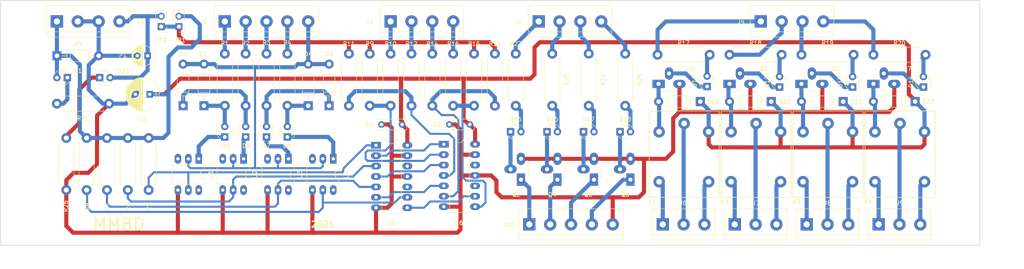
<source format=kicad_pcb>
(kicad_pcb (version 20211014) (generator pcbnew)
  (title_block (title "PIOI I/O interface module") (date "2025-05-16") (rev "20250516") (company "Pozsár Zsolt") (comment 1 "Zacchaeus Microcomputer"))
  (layers (0 "F.Cu" signal) (31 "B.Cu" signal) (35 "F.Paste" user) (37 "F.SilkS" user "F.Silkscreen") (38 "B.Mask" user) (39 "F.Mask" user) (44 "Edge.Cuts" user))
  (net 0 "")
  (net 1 "VCC")
  (net 2 "GND")
  (net 3 "Net-(C4-Pad1)")
  (net 4 "Net-(D1-Pad1)")
  (net 5 "Net-(D1-Pad2)")
  (net 6 "Net-(D2-Pad1)")
  (net 7 "Net-(D3-Pad1)")
  (net 8 "Net-(D4-Pad1)")
  (net 9 "Net-(D5-Pad1)")
  (net 10 "Net-(D6-Pad1)")
  (net 11 "Net-(D7-Pad1)")
  (net 12 "Net-(D8-Pad1)")
  (net 13 "Net-(D10-Pad1)")
  (net 14 "Net-(D11-Pad1)")
  (net 15 "Net-(D11-Pad2)")
  (net 16 "Net-(D12-Pad1)")
  (net 17 "Net-(D12-Pad2)")
  (net 18 "Net-(D13-Pad1)")
  (net 19 "Net-(D13-Pad2)")
  (net 20 "Net-(D14-Pad1)")
  (net 21 "Net-(D14-Pad2)")
  (net 22 "Net-(D15-Pad1)")
  (net 23 "Net-(D15-Pad2)")
  (net 24 "Net-(D16-Pad1)")
  (net 25 "Net-(D16-Pad2)")
  (net 26 "Net-(D17-Pad1)")
  (net 27 "Net-(D17-Pad2)")
  (net 28 "Net-(D18-Pad1)")
  (net 29 "Net-(D18-Pad2)")
  (net 30 "Net-(D19-Pad2)")
  (net 31 "Net-(D20-Pad2)")
  (net 32 "Net-(D21-Pad2)")
  (net 33 "Net-(D22-Pad2)")
  (net 34 "Net-(J1-Pad2)")
  (net 35 "Net-(J1-Pad3)")
  (net 36 "Net-(J1-Pad1)")
  (net 37 "Net-(J1-Pad4)")
  (net 38 "Net-(J2-Pad2)")
  (net 39 "Net-(J2-Pad3)")
  (net 40 "Net-(J2-Pad1)")
  (net 41 "Net-(J2-Pad4)")
  (net 42 "Net-(J4-Pad2)")
  (net 43 "Net-(J4-Pad3)")
  (net 44 "Net-(J4-Pad1)")
  (net 45 "Net-(J4-Pad4)")
  (net 46 "Net-(J5-Pad2)")
  (net 47 "Net-(J5-Pad3)")
  (net 48 "Net-(J5-Pad1)")
  (net 49 "Net-(J5-Pad4)")
  (net 50 "Net-(J6-Pad1)")
  (net 51 "Net-(J6-Pad2)")
  (net 52 "Net-(J6-Pad3)")
  (net 53 "Net-(J7-Pad1)")
  (net 54 "Net-(J7-Pad2)")
  (net 55 "Net-(J7-Pad3)")
  (net 56 "Net-(J8-Pad1)")
  (net 57 "Net-(J8-Pad2)")
  (net 58 "Net-(J8-Pad3)")
  (net 59 "Net-(J9-Pad1)")
  (net 60 "Net-(J9-Pad2)")
  (net 61 "Net-(J9-Pad3)")
  (net 62 "Net-(J10-Pad2)")
  (net 63 "Net-(J10-Pad3)")
  (net 64 "Net-(J10-Pad1)")
  (net 65 "Net-(J10-Pad4)")
  (net 66 "Net-(JP1-Pad1)")
  (net 67 "Net-(R5-Pad2)")
  (net 68 "Net-(R6-Pad2)")
  (net 69 "Net-(R7-Pad2)")
  (net 70 "Net-(R8-Pad2)")
  (net 71 "Net-(R10-Pad2)")
  (net 72 "Net-(R11-Pad2)")
  (net 73 "Net-(R13-Pad2)")
  (net 74 "Net-(R15-Pad2)")
  (net 79 "Net-(U5-Pad8)")
  (net 80 "Net-(U5-Pad2)")
  (net 82 "Net-(U5-Pad4)")
  (net 84 "Net-(U5-Pad6)")
  (net 87 "Net-(D23-Pad1)")
  (footprint "Capacitors_THT:C_Rect_L7.0mm_W2.5mm_P5.00mm" (layer "F.Cu") (at 124.714 98.044 180)
    (fp_text reference "C1")
    (fp_text value "100n")
  )
  (footprint "Capacitors_THT:C_Rect_L7.0mm_W2.5mm_P5.00mm" (layer "F.Cu") (at 141.224 98.044 180)
    (fp_text reference "C2")
    (fp_text value "100n")
  )
  (footprint "LEDs:LED_D3.0mm" (layer "F.Cu") (at 43.18 86.614 180)
    (fp_text reference "D10")
    (fp_text value "LED")
  )
  (footprint "Resistors_THT:R_Axial_DIN0411_L9.9mm_D3.6mm_P12.70mm_Horizontal" (layer "F.Cu") (at 137.16 80.772 -90)
    (fp_text reference "R16")
    (fp_text value "750")
  )
  (footprint "Capacitors_THT:CP_Radial_D8.0mm_P3.50mm" (layer "F.Cu") (at 63.246 90.678 180)
    (fp_text reference "C3")
    (fp_text value "470u")
  )
  (footprint "Diodes_THT:D_DO-41_SOD81_P10.16mm_Horizontal" (layer "F.Cu") (at 76.454 93.472 90)
    (fp_text reference "D1")
    (fp_text value "1N4001")
  )
  (footprint "LEDs:LED_D3.0mm" (layer "F.Cu") (at 81.534 101.092 90)
    (fp_text reference "D5")
    (fp_text value "LED")
  )
  (footprint "LEDs:LED_D3.0mm" (layer "F.Cu") (at 86.614 101.092 90)
    (fp_text reference "D6")
    (fp_text value "LED")
  )
  (footprint "LEDs:LED_D3.0mm" (layer "F.Cu") (at 91.694 101.092 90)
    (fp_text reference "D7")
    (fp_text value "LED")
  )
  (footprint "LEDs:LED_D3.0mm" (layer "F.Cu") (at 96.774 101.092 90)
    (fp_text reference "D8")
    (fp_text value "LED")
  )
  (footprint "LEDs:LED_D3.0mm" (layer "F.Cu") (at 199.009 88.773 90)
    (fp_text reference "D11")
    (fp_text value "LED")
  )
  (footprint "LEDs:LED_D3.0mm" (layer "F.Cu") (at 216.662 88.9 90)
    (fp_text reference "D12")
    (fp_text value "LED")
  )
  (footprint "LEDs:LED_D3.0mm" (layer "F.Cu") (at 234.442 88.9 90)
    (fp_text reference "D13")
    (fp_text value "LED")
  )
  (footprint "LEDs:LED_D3.0mm" (layer "F.Cu") (at 251.714 88.9 90)
    (fp_text reference "D14")
    (fp_text value "LED")
  )
  (footprint "Diodes_THT:D_DO-41_SOD81_P10.16mm_Horizontal" (layer "F.Cu") (at 197.358 92.456 180)
    (fp_text reference "D19")
    (fp_text value "1N4001")
  )
  (footprint "Connectors:bornier5" (layer "F.Cu") (at 81.534 72.898)
    (fp_text reference "J1")
    (fp_text value "Screw_Terminal_1x05")
  )
  (footprint "Connectors:bornier4" (layer "F.Cu") (at 121.92 72.898)
    (fp_text reference "J2")
    (fp_text value "Screw_Terminal_1x04")
  )
  (footprint "Connectors:bornier4" (layer "F.Cu") (at 40.64 72.898)
    (fp_text reference "J3")
    (fp_text value "Screw_Terminal_1x04")
  )
  (footprint "Connectors:bornier4" (layer "F.Cu") (at 212.09 72.898)
    (fp_text reference "J4")
    (fp_text value "Screw_Terminal_1x04")
  )
  (footprint "Connectors:bornier4" (layer "F.Cu") (at 157.988 72.898)
    (fp_text reference "J5")
    (fp_text value "Screw_Terminal_1x04")
  )
  (footprint "Connectors:bornier3" (layer "F.Cu") (at 188.214 122.428)
    (fp_text reference "J6")
    (fp_text value "Screw_Terminal_1x03")
  )
  (footprint "Connectors:bornier3" (layer "F.Cu") (at 205.74 122.428)
    (fp_text reference "J7")
    (fp_text value "Screw_Terminal_1x03")
  )
  (footprint "Connectors:bornier3" (layer "F.Cu") (at 223.266 122.428)
    (fp_text reference "J8")
    (fp_text value "Screw_Terminal_1x03")
  )
  (footprint "Connectors:bornier3" (layer "F.Cu") (at 240.792 122.428)
    (fp_text reference "J9")
    (fp_text value "Screw_Terminal_1x03")
  )
  (footprint "Connectors:bornier5" (layer "F.Cu") (at 155.702 122.428)
    (fp_text reference "J10")
    (fp_text value "Screw_Terminal_1x05")
  )
  (footprint "Socket_Strips:Socket_Strip_Straight_1x02_Pitch2.54mm" (layer "F.Cu") (at 70.358 74.168 180)
    (fp_text reference "JP1")
    (fp_text value "Jumper_NC_Small")
  )
  (footprint "Socket_Strips:Socket_Strip_Straight_1x02_Pitch2.54mm" (layer "F.Cu") (at 66.04 74.168 180)
    (fp_text reference "JP2")
    (fp_text value "Jumper_NO_Small")
  )
  (footprint "relay_lg:relay_leg" (layer "F.Cu") (at 193.294 105.918 -90)
    (fp_text reference "K1")
    (fp_text value "LEG-5")
  )
  (footprint "relay_lg:relay_leg" (layer "F.Cu") (at 210.82 105.918 -90)
    (fp_text reference "K2")
    (fp_text value "LEG-5")
  )
  (footprint "Resistors_THT:R_Axial_DIN0411_L9.9mm_D3.6mm_P12.70mm_Horizontal" (layer "F.Cu") (at 116.84 80.772 -90)
    (fp_text reference "R9")
    (fp_text value "4.7k")
  )
  (footprint "relay_lg:relay_leg" (layer "F.Cu") (at 228.346 105.918 -90)
    (fp_text reference "K3")
    (fp_text value "LEG-5")
  )
  (footprint "Resistors_THT:R_Axial_DIN0411_L9.9mm_D3.6mm_P12.70mm_Horizontal" (layer "F.Cu") (at 111.76 80.772 -90)
    (fp_text reference "R11")
    (fp_text value "4.7k")
  )
  (footprint "relay_lg:relay_leg" (layer "F.Cu") (at 245.872 105.918 -90)
    (fp_text reference "K4")
    (fp_text value "LEG-5")
  )
  (footprint "Resistors_THT:R_Axial_DIN0411_L9.9mm_D3.6mm_P12.70mm_Horizontal" (layer "F.Cu") (at 147.32 80.772 -90)
    (fp_text reference "R13")
    (fp_text value "4.7k")
  )
  (footprint "TO_SOT_Packages_THT:TO-92_Rugged" (layer "F.Cu") (at 187.198 88.138)
    (fp_text reference "Q1")
    (fp_text value "BC548C")
  )
  (footprint "Resistors_THT:R_Axial_DIN0411_L9.9mm_D3.6mm_P12.70mm_Horizontal" (layer "F.Cu") (at 142.24 80.772 -90)
    (fp_text reference "R15")
    (fp_text value "4.7k")
  )
  (footprint "TO_SOT_Packages_THT:TO-92_Rugged" (layer "F.Cu") (at 204.47 88.138)
    (fp_text reference "Q3")
    (fp_text value "BC548C")
  )
  (footprint "TO_SOT_Packages_THT:TO-92_Rugged" (layer "F.Cu") (at 221.996 88.138)
    (fp_text reference "Q5")
    (fp_text value "BC548C")
  )
  (footprint "TO_SOT_Packages_THT:TO-92_Rugged" (layer "F.Cu") (at 239.522 88.138)
    (fp_text reference "Q7")
    (fp_text value "BC548C")
  )
  (footprint "Resistors_THT:R_Axial_DIN0411_L9.9mm_D3.6mm_P12.70mm_Horizontal" (layer "F.Cu") (at 81.534 93.472 90)
    (fp_text reference "R1")
    (fp_text value "1.8k")
  )
  (footprint "Resistors_THT:R_Axial_DIN0411_L9.9mm_D3.6mm_P12.70mm_Horizontal" (layer "F.Cu") (at 62.992 101.346 -90)
    (fp_text reference "R5")
    (fp_text value "4.7k")
  )
  (footprint "Resistors_THT:R_Axial_DIN0411_L9.9mm_D3.6mm_P12.70mm_Horizontal" (layer "F.Cu") (at 57.912 101.346 -90)
    (fp_text reference "R6")
    (fp_text value "4.7k")
  )
  (footprint "Resistors_THT:R_Axial_DIN0411_L9.9mm_D3.6mm_P12.70mm_Horizontal" (layer "F.Cu") (at 52.832 101.346 -90)
    (fp_text reference "R7")
    (fp_text value "4.7k")
  )
  (footprint "Resistors_THT:R_Axial_DIN0411_L9.9mm_D3.6mm_P12.70mm_Horizontal" (layer "F.Cu") (at 47.879 101.346 -90)
    (fp_text reference "R8")
    (fp_text value "4.7k")
  )
  (footprint "Resistors_THT:R_Axial_DIN0411_L9.9mm_D3.6mm_P12.70mm_Horizontal" (layer "F.Cu") (at 186.944 81.026)
    (fp_text reference "R17")
    (fp_text value "620")
  )
  (footprint "Housings_DIP:DIP-6_W7.62mm_LongPads" (layer "F.Cu") (at 75.184 106.426 -90)
    (fp_text reference "U1")
    (fp_text value "4N25")
  )
  (footprint "Resistors_THT:R_Axial_DIN0411_L9.9mm_D3.6mm_P12.70mm_Horizontal" (layer "F.Cu") (at 161.29 80.772 -90)
    (fp_text reference "R23")
    (fp_text value "620")
  )
  (footprint "Housings_DIP:DIP-6_W7.62mm_LongPads" (layer "F.Cu") (at 86.106 106.426 -90)
    (fp_text reference "U2")
    (fp_text value "4N25")
  )
  (footprint "Housings_DIP:DIP-6_W7.62mm_LongPads" (layer "F.Cu") (at 97.028 106.426 -90)
    (fp_text reference "U3")
    (fp_text value "4N25")
  )
  (footprint "Housings_DIP:DIP-6_W7.62mm_LongPads" (layer "F.Cu") (at 107.95 106.426 -90)
    (fp_text reference "U4")
    (fp_text value "4N25")
  )
  (footprint "Housings_DIP:DIP-14_W7.62mm_LongPads" (layer "F.Cu") (at 118.364 103.124)
    (fp_text reference "U5")
    (fp_text value "74LS14")
  )
  (footprint "Housings_DIP:DIP-14_W7.62mm_LongPads" (layer "F.Cu") (at 134.874 102.87)
    (fp_text reference "U6")
    (fp_text value "74LS05")
  )
  (footprint "Capacitors_THT:CP_Radial_D5.0mm_P2.50mm" (layer "F.Cu") (at 62.738 81.28 180)
    (fp_text reference "C4")
    (fp_text value "4.7u")
  )
  (footprint "Diodes_THT:D_DO-41_SOD81_P10.16mm_Horizontal" (layer "F.Cu") (at 71.374 93.472 90)
    (fp_text reference "D2")
    (fp_text value "1N4001")
  )
  (footprint "Diodes_THT:D_DO-41_SOD81_P10.16mm_Horizontal" (layer "F.Cu") (at 106.934 93.472 90)
    (fp_text reference "D3")
    (fp_text value "1N4001")
  )
  (footprint "Diodes_THT:D_DO-41_SOD81_P10.16mm_Horizontal" (layer "F.Cu") (at 101.854 93.472 90)
    (fp_text reference "D4")
    (fp_text value "1N4001")
  )
  (footprint "Diodes_THT:D_DO-41_SOD81_P10.16mm_Horizontal" (layer "F.Cu") (at 40.64 81.28)
    (fp_text reference "D9")
    (fp_text value "1N4001")
  )
  (footprint "Resistors_THT:R_Axial_DIN0411_L9.9mm_D3.6mm_P12.70mm_Horizontal" (layer "F.Cu") (at 86.614 93.472 90)
    (fp_text reference "R2")
    (fp_text value "1.8k")
  )
  (footprint "Resistors_THT:R_Axial_DIN0411_L9.9mm_D3.6mm_P12.70mm_Horizontal" (layer "F.Cu") (at 91.694 93.472 90)
    (fp_text reference "R3")
    (fp_text value "1.8k")
  )
  (footprint "Resistors_THT:R_Axial_DIN0411_L9.9mm_D3.6mm_P12.70mm_Horizontal" (layer "F.Cu") (at 96.774 93.472 90)
    (fp_text reference "R4")
    (fp_text value "1.8k")
  )
  (footprint "Resistors_THT:R_Axial_DIN0411_L9.9mm_D3.6mm_P12.70mm_Horizontal" (layer "F.Cu") (at 40.64 92.964)
    (fp_text reference "R21")
    (fp_text value "1k")
  )
  (footprint "Resistors_THT:R_Axial_DIN0411_L9.9mm_D3.6mm_P12.70mm_Horizontal" (layer "F.Cu") (at 204.47 81.026)
    (fp_text reference "R18")
    (fp_text value "620")
  )
  (footprint "Resistors_THT:R_Axial_DIN0411_L9.9mm_D3.6mm_P12.70mm_Horizontal" (layer "F.Cu") (at 221.996 81.026)
    (fp_text reference "R19")
    (fp_text value "620")
  )
  (footprint "Resistors_THT:R_Axial_DIN0411_L9.9mm_D3.6mm_P12.70mm_Horizontal" (layer "F.Cu") (at 239.522 81.026)
    (fp_text reference "R20")
    (fp_text value "620")
  )
  (footprint "Resistors_THT:R_Axial_DIN0411_L9.9mm_D3.6mm_P12.70mm_Horizontal" (layer "F.Cu") (at 152.4 80.772 -90)
    (fp_text reference "R22")
    (fp_text value "620")
  )
  (footprint "Resistors_THT:R_Axial_DIN0411_L9.9mm_D3.6mm_P12.70mm_Horizontal" (layer "F.Cu") (at 170.18 80.772 -90)
    (fp_text reference "R24")
    (fp_text value "620")
  )
  (footprint "Diodes_THT:D_DO-41_SOD81_P10.16mm_Horizontal" (layer "F.Cu") (at 214.63 92.456 180)
    (fp_text reference "D20")
    (fp_text value "1N4001")
  )
  (footprint "Diodes_THT:D_DO-41_SOD81_P10.16mm_Horizontal" (layer "F.Cu") (at 232.156 92.456 180)
    (fp_text reference "D21")
    (fp_text value "1N4001")
  )
  (footprint "Diodes_THT:D_DO-41_SOD81_P10.16mm_Horizontal" (layer "F.Cu") (at 249.682 92.456 180)
    (fp_text reference "D22")
    (fp_text value "1N4001")
  )
  (footprint "TO_SOT_Packages_THT:TO-92_Rugged" (layer "F.Cu") (at 153.67 111.506 90)
    (fp_text reference "Q2")
    (fp_text value "BC548C")
  )
  (footprint "TO_SOT_Packages_THT:TO-92_Rugged" (layer "F.Cu") (at 162.56 111.506 90)
    (fp_text reference "Q4")
    (fp_text value "BC548C")
  )
  (footprint "TO_SOT_Packages_THT:TO-92_Rugged" (layer "F.Cu") (at 171.45 111.506 90)
    (fp_text reference "Q6")
    (fp_text value "BC548C")
  )
  (footprint "TO_SOT_Packages_THT:TO-92_Rugged" (layer "F.Cu") (at 180.34 111.506 90)
    (fp_text reference "Q8")
    (fp_text value "BC548C")
  )
  (footprint "LEDs:LED_D3.0mm" (layer "F.Cu") (at 151.13 99.822)
    (fp_text reference "D15")
    (fp_text value "LED")
  )
  (footprint "LEDs:LED_D3.0mm" (layer "F.Cu") (at 160.02 99.822)
    (fp_text reference "D16")
    (fp_text value "LED")
  )
  (footprint "LEDs:LED_D3.0mm" (layer "F.Cu") (at 168.91 99.822)
    (fp_text reference "D17")
    (fp_text value "LED")
  )
  (footprint "LEDs:LED_D3.0mm" (layer "F.Cu") (at 177.8 99.822)
    (fp_text reference "D18")
    (fp_text value "LED")
  )
  (footprint "Resistors_THT:R_Axial_DIN0411_L9.9mm_D3.6mm_P12.70mm_Horizontal" (layer "F.Cu") (at 121.92 80.772 -90)
    (fp_text reference "R10")
    (fp_text value "750")
  )
  (footprint "Resistors_THT:R_Axial_DIN0411_L9.9mm_D3.6mm_P12.70mm_Horizontal" (layer "F.Cu") (at 127 80.772 -90)
    (fp_text reference "R12")
    (fp_text value "750")
  )
  (footprint "Resistors_THT:R_Axial_DIN0411_L9.9mm_D3.6mm_P12.70mm_Horizontal" (layer "F.Cu") (at 132.08 80.772 -90)
    (fp_text reference "R14")
    (fp_text value "750")
  )
  (footprint "Resistors_THT:R_Axial_DIN0411_L9.9mm_D3.6mm_P12.70mm_Horizontal" (layer "F.Cu") (at 179.07 80.772 -90)
    (fp_text reference "R25")
    (fp_text value "620")
  )
  (footprint "LEDs:LED_D3.0mm" (layer "F.Cu") (at 51.054 86.614)
    (fp_text reference "D23")
    (fp_text value "LED")
  )
  (footprint "Resistors_THT:R_Axial_DIN0411_L9.9mm_D3.6mm_P12.70mm_Horizontal" (layer "F.Cu") (at 42.926 101.346 -90)
    (fp_text reference "R26")
    (fp_text value "620")
  )
  (gr_line (start 26.924 67.818) (end 37.084 67.818) (layer "Edge.Cuts") (width 0.15))
  (gr_line (start 265.43 127.508) (end 255.143 127.508) (layer "Edge.Cuts") (width 0.15))
  (gr_line (start 255.27 67.818) (end 265.43 67.818) (layer "Edge.Cuts") (width 0.15))
  (gr_line (start 255.27 67.818) (end 37.084 67.818) (layer "Edge.Cuts") (width 0.15))
  (gr_line (start 26.924 127.508) (end 26.924 67.818) (layer "Edge.Cuts") (width 0.15))
  (gr_line (start 37.084 127.508) (end 26.924 127.508) (layer "Edge.Cuts") (width 0.15))
  (gr_line (start 265.43 67.818) (end 265.43 127.508) (layer "Edge.Cuts") (width 0.15))
  (gr_line (start 37.084 127.508) (end 255.27 127.508) (layer "Edge.Cuts") (width 0.15))
  (gr_text "MM8D" (at 55.753 122.428) (layer "F.SilkS") (effects (font (size 3 3) (thickness 0.3))))
  (gr_text "2021" (at 105.41 122.428) (layer "F.SilkS") (effects (font (size 1.5 1.5) (thickness 0.3))))
  (segment (start 199.39 102.87) (end 200.152 103.632) (width 1) (layer "F.Cu") (net 1))
  (segment (start 200.152 103.632) (end 216.916 103.632) (width 1) (layer "F.Cu") (net 1))
  (segment (start 251.206 103.632) (end 251.968 102.87) (width 1) (layer "F.Cu") (net 1))
  (segment (start 251.968 102.87) (end 251.968 99.822) (width 1) (layer "F.Cu") (net 1))
  (segment (start 234.442 103.632) (end 251.206 103.632) (width 1) (layer "F.Cu") (net 1))
  (segment (start 216.916 103.632) (end 234.442 103.632) (width 1) (layer "F.Cu") (net 1))
  (segment (start 66.802 90.678) (end 70.612 86.868) (width 1) (layer "F.Cu") (net 1))
  (segment (start 70.612 86.868) (end 124.46 86.868) (width 1) (layer "F.Cu") (net 1))
  (segment (start 124.46 86.868) (end 124.46 96.012) (width 1) (layer "F.Cu") (net 1))
  (segment (start 139.7 86.868) (end 124.46 86.868) (width 1) (layer "F.Cu") (net 1))
  (segment (start 249.682 92.202) (end 248.158 90.678) (width 1) (layer "F.Cu") (net 1))
  (segment (start 248.158 90.678) (end 248.158 78.994) (width 1) (layer "F.Cu") (net 1))
  (segment (start 248.158 78.994) (end 247.142 77.978) (width 1) (layer "F.Cu") (net 1))
  (segment (start 247.142 77.978) (end 158.242 77.978) (width 1) (layer "F.Cu") (net 1))
  (segment (start 158.242 77.978) (end 156.972 79.248) (width 1) (layer "F.Cu") (net 1))
  (segment (start 156.972 79.248) (end 156.972 84.582) (width 1) (layer "F.Cu") (net 1))
  (segment (start 156.972 84.582) (end 156.972 85.852) (width 1) (layer "F.Cu") (net 1))
  (segment (start 156.972 85.852) (end 155.956 86.868) (width 1) (layer "F.Cu") (net 1))
  (segment (start 155.956 86.868) (end 139.7 86.868) (width 1) (layer "F.Cu") (net 1))
  (segment (start 124.46 97.028) (end 124.714 97.282) (width 1) (layer "F.Cu") (net 1))
  (segment (start 142.494 99.314) (end 141.224 98.044) (width 1) (layer "F.Cu") (net 1))
  (segment (start 125.984 99.314) (end 124.714 98.044) (width 1) (layer "F.Cu") (net 1))
  (segment (start 140.97 98.044) (end 139.7 96.774) (width 1) (layer "F.Cu") (net 1))
  (segment (start 139.7 96.774) (end 139.7 94.996) (width 1) (layer "F.Cu") (net 1))
  (segment (start 139.7 94.996) (end 139.7 86.868) (width 1) (layer "F.Cu") (net 1))
  (segment (start 125.984 103.124) (end 125.984 99.314) (width 1) (layer "F.Cu") (net 1))
  (segment (start 249.682 92.456) (end 249.682 92.202) (width 1) (layer "F.Cu") (net 1))
  (segment (start 199.39 99.822) (end 199.39 102.87) (width 1) (layer "F.Cu") (net 1))
  (segment (start 63.246 90.678) (end 66.802 90.678) (width 1) (layer "F.Cu") (net 1))
  (segment (start 141.224 98.044) (end 140.97 98.044) (width 1) (layer "F.Cu") (net 1))
  (segment (start 216.916 99.822) (end 216.916 103.632) (width 1) (layer "F.Cu") (net 1))
  (segment (start 234.442 99.822) (end 234.442 103.632) (width 1) (layer "F.Cu") (net 1))
  (segment (start 124.46 96.012) (end 124.46 97.028) (width 1) (layer "F.Cu") (net 1))
  (segment (start 142.494 102.87) (end 142.494 99.314) (width 1) (layer "F.Cu") (net 1))
  (segment (start 199.39 94.488) (end 197.358 92.456) (width 1) (layer "B.Cu") (net 1))
  (segment (start 234.442 94.742) (end 232.156 92.456) (width 1) (layer "B.Cu") (net 1))
  (segment (start 251.968 94.742) (end 249.682 92.456) (width 1) (layer "B.Cu") (net 1))
  (segment (start 62.992 101.346) (end 66.548 101.346) (width 1) (layer "B.Cu") (net 1))
  (segment (start 66.548 101.346) (end 67.818 100.076) (width 1) (layer "B.Cu") (net 1))
  (segment (start 67.818 100.076) (end 67.818 90.678) (width 1) (layer "B.Cu") (net 1))
  (segment (start 67.818 81.534) (end 70.104 79.248) (width 1) (layer "B.Cu") (net 1))
  (segment (start 70.104 79.248) (end 73.406 79.248) (width 1) (layer "B.Cu") (net 1))
  (segment (start 73.406 79.248) (end 75.438 77.216) (width 1) (layer "B.Cu") (net 1))
  (segment (start 75.438 77.216) (end 75.438 73.66) (width 1) (layer "B.Cu") (net 1))
  (segment (start 75.438 73.66) (end 73.406 71.628) (width 1) (layer "B.Cu") (net 1))
  (segment (start 73.406 71.628) (end 70.358 71.628) (width 1) (layer "B.Cu") (net 1))
  (segment (start 67.818 90.678) (end 67.818 81.534) (width 1) (layer "B.Cu") (net 1))
  (segment (start 52.832 101.346) (end 57.912 101.346) (width 1) (layer "B.Cu") (net 1))
  (segment (start 57.912 101.346) (end 62.992 101.346) (width 1) (layer "B.Cu") (net 1))
  (segment (start 216.916 94.742) (end 214.63 92.456) (width 1) (layer "B.Cu") (net 1))
  (segment (start 46.228 83.439) (end 46.228 99.695) (width 1) (layer "B.Cu") (net 1))
  (segment (start 46.228 99.695) (end 47.879 101.346) (width 1) (layer "B.Cu") (net 1))
  (segment (start 44.069 81.28) (end 46.228 83.439) (width 1) (layer "B.Cu") (net 1))
  (segment (start 251.968 99.822) (end 251.968 94.742) (width 1) (layer "B.Cu") (net 1))
  (segment (start 40.64 72.898) (end 40.64 81.28) (width 1) (layer "B.Cu") (net 1))
  (segment (start 234.442 99.822) (end 234.442 94.742) (width 1) (layer "B.Cu") (net 1))
  (segment (start 63.246 90.678) (end 67.818 90.678) (width 1) (layer "B.Cu") (net 1))
  (segment (start 40.64 81.28) (end 44.069 81.28) (width 1) (layer "B.Cu") (net 1))
  (segment (start 216.916 99.822) (end 216.916 94.742) (width 1) (layer "B.Cu") (net 1))
  (segment (start 40.64 81.28) (end 40.64 86.614) (width 1) (layer "B.Cu") (net 1))
  (segment (start 48.006 101.346) (end 52.832 101.346) (width 1) (layer "B.Cu") (net 1))
  (segment (start 199.39 99.822) (end 199.39 94.488) (width 1) (layer "B.Cu") (net 1))
  (segment (start 244.602 93.726) (end 243.332 94.996) (width 1) (layer "F.Cu") (net 2))
  (segment (start 243.332 94.996) (end 227.076 94.996) (width 1) (layer "F.Cu") (net 2))
  (segment (start 192.278 94.996) (end 192.278 88.138) (width 1) (layer "F.Cu") (net 2))
  (segment (start 209.55 94.996) (end 192.278 94.996) (width 1) (layer "F.Cu") (net 2))
  (segment (start 227.076 94.996) (end 209.55 94.996) (width 1) (layer "F.Cu") (net 2))
  (segment (start 188.976 106.426) (end 190.754 104.648) (width 1) (layer "F.Cu") (net 2))
  (segment (start 190.754 104.648) (end 190.754 96.52) (width 1) (layer "F.Cu") (net 2))
  (segment (start 190.754 96.52) (end 192.278 94.996) (width 1) (layer "F.Cu") (net 2))
  (segment (start 183.642 106.426) (end 188.976 106.426) (width 1) (layer "F.Cu") (net 2))
  (segment (start 121.158 118.364) (end 122.174 117.348) (width 1) (layer "F.Cu") (net 2))
  (segment (start 122.174 117.348) (end 122.174 110.744) (width 1) (layer "F.Cu") (net 2))
  (segment (start 122.174 98.806) (end 121.412 98.044) (width 1) (layer "F.Cu") (net 2))
  (segment (start 121.412 98.044) (end 119.714 98.044) (width 1) (layer "F.Cu") (net 2))
  (segment (start 138.938 117.094) (end 138.938 110.49) (width 1) (layer "F.Cu") (net 2))
  (segment (start 138.938 99.314) (end 137.668 98.044) (width 1) (layer "F.Cu") (net 2))
  (segment (start 137.668 98.044) (end 136.224 98.044) (width 1) (layer "F.Cu") (net 2))
  (segment (start 122.428 105.664) (end 122.174 105.918) (width 1) (layer "F.Cu") (net 2))
  (segment (start 122.174 105.918) (end 122.174 98.806) (width 1) (layer "F.Cu") (net 2))
  (segment (start 122.174 110.744) (end 122.174 105.918) (width 1) (layer "F.Cu") (net 2))
  (segment (start 138.938 110.49) (end 138.938 105.41) (width 1) (layer "F.Cu") (net 2))
  (segment (start 138.938 105.41) (end 138.938 99.314) (width 1) (layer "F.Cu") (net 2))
  (segment (start 91.948 124.46) (end 81.026 124.46) (width 1) (layer "F.Cu") (net 2))
  (segment (start 70.104 124.46) (end 70.104 114.046) (width 1) (layer "F.Cu") (net 2))
  (segment (start 81.026 124.46) (end 70.104 124.46) (width 1) (layer "F.Cu") (net 2))
  (segment (start 118.364 124.46) (end 102.87 124.46) (width 1) (layer "F.Cu") (net 2))
  (segment (start 176.022 115.824) (end 148.971 115.824) (width 1) (layer "F.Cu") (net 2))
  (segment (start 182.372 115.824) (end 176.022 115.824) (width 1) (layer "F.Cu") (net 2))
  (segment (start 183.642 114.554) (end 183.642 106.426) (width 1) (layer "F.Cu") (net 2))
  (segment (start 102.87 124.46) (end 91.948 124.46) (width 1) (layer "F.Cu") (net 2))
  (segment (start 171.45 106.426) (end 162.56 106.426) (width 1) (layer "F.Cu") (net 2))
  (segment (start 162.56 106.426) (end 153.67 106.426) (width 1) (layer "F.Cu") (net 2))
  (segment (start 42.926 122.809) (end 44.577 124.46) (width 1) (layer "F.Cu") (net 2))
  (segment (start 44.577 124.46) (end 70.104 124.46) (width 1) (layer "F.Cu") (net 2))
  (segment (start 50.419 107.696) (end 48.26 109.855) (width 1) (layer "F.Cu") (net 2))
  (segment (start 48.26 109.855) (end 44.704 109.855) (width 1) (layer "F.Cu") (net 2))
  (segment (start 44.704 109.855) (end 42.926 111.633) (width 1) (layer "F.Cu") (net 2))
  (segment (start 42.926 111.633) (end 42.926 114.046) (width 1) (layer "F.Cu") (net 2))
  (segment (start 50.419 98.171) (end 50.419 107.696) (width 1) (layer "F.Cu") (net 2))
  (segment (start 50.419 95.885) (end 50.546 95.758) (width 1) (layer "F.Cu") (net 2))
  (segment (start 146.431 110.49) (end 147.701 111.76) (width 1) (layer "F.Cu") (net 2))
  (segment (start 147.701 111.76) (end 147.701 114.554) (width 1) (layer "F.Cu") (net 2))
  (segment (start 147.701 114.554) (end 148.971 115.824) (width 1) (layer "F.Cu") (net 2))
  (segment (start 138.938 123.698) (end 138.176 124.46) (width 1) (layer "F.Cu") (net 2))
  (segment (start 138.176 124.46) (end 134.62 124.46) (width 1) (layer "F.Cu") (net 2))
  (segment (start 138.938 118.11) (end 138.938 123.698) (width 1) (layer "F.Cu") (net 2))
  (segment (start 134.874 118.11) (end 138.938 118.11) (width 1) (layer "F.Cu") (net 2))
  (segment (start 81.026 114.046) (end 81.026 124.46) (width 1) (layer "F.Cu") (net 2))
  (segment (start 142.494 110.49) (end 146.431 110.49) (width 1) (layer "F.Cu") (net 2))
  (segment (start 50.419 98.171) (end 50.419 95.885) (width 1) (layer "F.Cu") (net 2))
  (segment (start 42.926 114.046) (end 42.926 122.809) (width 1) (layer "F.Cu") (net 2))
  (segment (start 227.076 88.138) (end 227.076 94.996) (width 1) (layer "F.Cu") (net 2))
  (segment (start 142.494 105.41) (end 138.938 105.41) (width 1) (layer "F.Cu") (net 2))
  (segment (start 125.984 105.664) (end 122.428 105.664) (width 1) (layer "F.Cu") (net 2))
  (segment (start 118.364 118.364) (end 118.364 124.46) (width 1) (layer "F.Cu") (net 2))
  (segment (start 134.62 124.46) (end 118.364 124.46) (width 1) (layer "F.Cu") (net 2))
  (segment (start 176.022 122.428) (end 176.022 115.824) (width 1) (layer "F.Cu") (net 2))
  (segment (start 209.55 88.138) (end 209.55 94.996) (width 1) (layer "F.Cu") (net 2))
  (segment (start 102.87 114.046) (end 102.87 124.46) (width 1) (layer "F.Cu") (net 2))
  (segment (start 53.34 92.964) (end 50.546 95.758) (width 1) (layer "F.Cu") (net 2))
  (segment (start 180.34 106.426) (end 171.45 106.426) (width 1) (layer "F.Cu") (net 2))
  (segment (start 118.364 118.364) (end 121.158 118.364) (width 1) (layer "F.Cu") (net 2))
  (segment (start 125.984 110.744) (end 122.174 110.744) (width 1) (layer "F.Cu") (net 2))
  (segment (start 180.34 106.426) (end 183.642 106.426) (width 1) (layer "F.Cu") (net 2))
  (segment (start 142.494 110.49) (end 138.938 110.49) (width 1) (layer "F.Cu") (net 2))
  (segment (start 244.602 88.138) (end 244.602 93.726) (width 1) (layer "F.Cu") (net 2))
  (segment (start 138.938 117.094) (end 138.938 118.11) (width 1) (layer "F.Cu") (net 2))
  (segment (start 182.372 115.824) (end 183.642 114.554) (width 1) (layer "F.Cu") (net 2))
  (segment (start 91.948 114.046) (end 91.948 124.46) (width 1) (layer "F.Cu") (net 2))
  (segment (start 60.238 81.28) (end 60.198 81.32) (width 1) (layer "B.Cu") (net 2))
  (segment (start 60.198 90.226) (end 59.746 90.678) (width 1) (layer "B.Cu") (net 2))
  (segment (start 51.816 92.964) (end 53.34 92.964) (width 1) (layer "B.Cu") (net 2))
  (segment (start 50.673 81.28) (end 48.387 83.566) (width 1) (layer "B.Cu") (net 2))
  (segment (start 48.387 83.566) (end 48.387 89.535) (width 1) (layer "B.Cu") (net 2))
  (segment (start 48.387 89.535) (end 51.816 92.964) (width 1) (layer "B.Cu") (net 2))
  (segment (start 57.46 92.964) (end 59.746 90.678) (width 1) (layer "B.Cu") (net 2))
  (segment (start 45.72 72.898) (end 50.8 72.898) (width 1) (layer "B.Cu") (net 2))
  (segment (start 50.8 81.28) (end 50.673 81.28) (width 1) (layer "B.Cu") (net 2))
  (segment (start 53.34 92.964) (end 57.46 92.964) (width 1) (layer "B.Cu") (net 2))
  (segment (start 50.8 81.28) (end 60.238 81.28) (width 1) (layer "B.Cu") (net 2))
  (segment (start 50.8 72.898) (end 50.8 81.28) (width 1) (layer "B.Cu") (net 2))
  (segment (start 57.912 72.898) (end 59.182 71.628) (width 1) (layer "B.Cu") (net 3))
  (segment (start 59.182 71.628) (end 62.738 71.628) (width 1) (layer "B.Cu") (net 3))
  (segment (start 62.738 71.628) (end 66.04 71.628) (width 1) (layer "B.Cu") (net 3))
  (segment (start 60.96 86.614) (end 62.738 84.836) (width 1) (layer "B.Cu") (net 3))
  (segment (start 62.738 84.836) (end 62.738 81.28) (width 1) (layer "B.Cu") (net 3))
  (segment (start 62.738 81.534) (end 62.738 71.628) (width 1) (layer "B.Cu") (net 3))
  (segment (start 53.594 86.614) (end 60.96 86.614) (width 1) (layer "B.Cu") (net 3))
  (segment (start 55.88 72.898) (end 57.912 72.898) (width 1) (layer "B.Cu") (net 3))
  (segment (start 76.454 93.472) (end 81.534 93.472) (width 1) (layer "B.Cu") (net 4))
  (segment (start 81.534 98.552) (end 81.534 93.472) (width 1) (layer "B.Cu") (net 4))
  (segment (start 101.854 83.312) (end 101.854 72.898) (width 1) (layer "B.Cu") (net 5))
  (segment (start 78.994 83.312) (end 79.756 84.074) (width 1) (layer "B.Cu") (net 5))
  (segment (start 79.756 84.074) (end 88.9 84.074) (width 1) (layer "B.Cu") (net 5))
  (segment (start 98.552 84.074) (end 99.314 83.312) (width 1) (layer "B.Cu") (net 5))
  (segment (start 99.314 83.312) (end 101.854 83.312) (width 1) (layer "B.Cu") (net 5))
  (segment (start 89.154 84.074) (end 98.552 84.074) (width 1) (layer "B.Cu") (net 5))
  (segment (start 105.41 108.204) (end 104.902 108.712) (width 0.5) (layer "B.Cu") (net 5))
  (segment (start 104.902 108.712) (end 94.488 108.712) (width 0.5) (layer "B.Cu") (net 5))
  (segment (start 94.488 108.712) (end 94.488 106.426) (width 0.5) (layer "B.Cu") (net 5))
  (segment (start 73.152 108.712) (end 72.644 108.204) (width 0.5) (layer "B.Cu") (net 5))
  (segment (start 72.644 108.204) (end 72.644 106.426) (width 0.5) (layer "B.Cu") (net 5))
  (segment (start 83.566 108.712) (end 73.152 108.712) (width 0.5) (layer "B.Cu") (net 5))
  (segment (start 88.9 108.712) (end 83.566 108.712) (width 0.5) (layer "B.Cu") (net 5))
  (segment (start 88.9 84.074) (end 89.154 84.074) (width 1) (layer "B.Cu") (net 5))
  (segment (start 88.9 108.712) (end 88.9 84.074) (width 0.5) (layer "B.Cu") (net 5))
  (segment (start 94.488 108.712) (end 88.9 108.712) (width 0.5) (layer "B.Cu") (net 5))
  (segment (start 106.934 83.312) (end 101.854 83.312) (width 1) (layer "B.Cu") (net 5))
  (segment (start 83.566 106.426) (end 83.566 108.712) (width 0.5) (layer "B.Cu") (net 5))
  (segment (start 105.41 106.426) (end 105.41 108.204) (width 0.5) (layer "B.Cu") (net 5))
  (segment (start 71.374 83.312) (end 78.994 83.312) (width 1) (layer "B.Cu") (net 5))
  (segment (start 71.374 83.312) (end 76.454 83.312) (width 1) (layer "B.Cu") (net 5))
  (segment (start 71.374 90.932) (end 72.39 89.916) (width 1) (layer "B.Cu") (net 6))
  (segment (start 72.39 89.916) (end 85.344 89.916) (width 1) (layer "B.Cu") (net 6))
  (segment (start 85.344 89.916) (end 86.614 91.186) (width 1) (layer "B.Cu") (net 6))
  (segment (start 86.614 91.186) (end 86.614 93.472) (width 1) (layer "B.Cu") (net 6))
  (segment (start 86.614 98.552) (end 86.614 93.472) (width 1) (layer "B.Cu") (net 6))
  (segment (start 71.374 93.472) (end 71.374 90.932) (width 1) (layer "B.Cu") (net 6))
  (segment (start 91.694 91.186) (end 92.964 89.916) (width 1) (layer "B.Cu") (net 7))
  (segment (start 92.964 89.916) (end 105.664 89.916) (width 1) (layer "B.Cu") (net 7))
  (segment (start 105.664 89.916) (end 106.934 91.186) (width 1) (layer "B.Cu") (net 7))
  (segment (start 106.934 91.186) (end 106.934 93.472) (width 1) (layer "B.Cu") (net 7))
  (segment (start 91.694 93.472) (end 91.694 91.186) (width 1) (layer "B.Cu") (net 7))
  (segment (start 91.694 98.552) (end 91.694 93.472) (width 1) (layer "B.Cu") (net 7))
  (segment (start 96.774 98.552) (end 96.774 93.472) (width 1) (layer "B.Cu") (net 8))
  (segment (start 96.774 93.472) (end 101.854 93.472) (width 1) (layer "B.Cu") (net 8))
  (segment (start 75.184 103.378) (end 77.47 101.092) (width 1) (layer "B.Cu") (net 9))
  (segment (start 77.47 101.092) (end 81.534 101.092) (width 1) (layer "B.Cu") (net 9))
  (segment (start 75.184 106.426) (end 75.184 103.378) (width 1) (layer "B.Cu") (net 9))
  (segment (start 86.106 101.6) (end 86.614 101.092) (width 1) (layer "B.Cu") (net 10))
  (segment (start 86.106 106.426) (end 86.106 101.6) (width 1) (layer "B.Cu") (net 10))
  (segment (start 97.028 104.902) (end 95.504 103.378) (width 1) (layer "B.Cu") (net 11))
  (segment (start 95.504 103.378) (end 92.456 103.378) (width 1) (layer "B.Cu") (net 11))
  (segment (start 92.456 103.378) (end 91.694 102.616) (width 1) (layer "B.Cu") (net 11))
  (segment (start 91.694 102.616) (end 91.694 101.092) (width 1) (layer "B.Cu") (net 11))
  (segment (start 97.028 106.426) (end 97.028 104.902) (width 1) (layer "B.Cu") (net 11))
  (segment (start 106.68 101.092) (end 107.95 102.362) (width 1) (layer "B.Cu") (net 12))
  (segment (start 107.95 102.362) (end 107.95 106.426) (width 1) (layer "B.Cu") (net 12))
  (segment (start 96.774 101.092) (end 106.68 101.092) (width 1) (layer "B.Cu") (net 12))
  (segment (start 43.18 91.948) (end 42.164 92.964) (width 1) (layer "B.Cu") (net 13))
  (segment (start 42.164 92.964) (end 40.64 92.964) (width 1) (layer "B.Cu") (net 13))
  (segment (start 43.18 86.614) (end 43.18 91.948) (width 1) (layer "B.Cu") (net 13))
  (segment (start 193.802 85.598) (end 196.977 88.773) (width 1) (layer "B.Cu") (net 14))
  (segment (start 196.977 88.773) (end 199.009 88.773) (width 1) (layer "B.Cu") (net 14))
  (segment (start 189.738 85.598) (end 193.802 85.598) (width 1) (layer "B.Cu") (net 14))
  (segment (start 199.009 81.661) (end 199.644 81.026) (width 1) (layer "B.Cu") (net 15))
  (segment (start 199.009 86.233) (end 199.009 81.661) (width 1) (layer "B.Cu") (net 15))
  (segment (start 211.582 85.598) (end 214.884 88.9) (width 1) (layer "B.Cu") (net 16))
  (segment (start 214.884 88.9) (end 216.662 88.9) (width 1) (layer "B.Cu") (net 16))
  (segment (start 207.01 85.598) (end 211.582 85.598) (width 1) (layer "B.Cu") (net 16))
  (segment (start 216.662 81.534) (end 217.17 81.026) (width 1) (layer "B.Cu") (net 17))
  (segment (start 216.662 86.36) (end 216.662 81.534) (width 1) (layer "B.Cu") (net 17))
  (segment (start 229.108 85.598) (end 232.41 88.9) (width 1) (layer "B.Cu") (net 18))
  (segment (start 232.41 88.9) (end 234.442 88.9) (width 1) (layer "B.Cu") (net 18))
  (segment (start 224.536 85.598) (end 229.108 85.598) (width 1) (layer "B.Cu") (net 18))
  (segment (start 234.442 81.28) (end 234.696 81.026) (width 1) (layer "B.Cu") (net 19))
  (segment (start 234.442 86.36) (end 234.442 81.28) (width 1) (layer "B.Cu") (net 19))
  (segment (start 246.888 85.598) (end 250.19 88.9) (width 1) (layer "B.Cu") (net 20))
  (segment (start 250.19 88.9) (end 251.714 88.9) (width 1) (layer "B.Cu") (net 20))
  (segment (start 242.062 85.598) (end 246.888 85.598) (width 1) (layer "B.Cu") (net 20))
  (segment (start 251.46 81.788) (end 252.222 81.026) (width 1) (layer "B.Cu") (net 21))
  (segment (start 251.714 81.534) (end 252.222 81.026) (width 1) (layer "B.Cu") (net 21))
  (segment (start 251.714 86.36) (end 251.714 81.534) (width 1) (layer "B.Cu") (net 21))
  (segment (start 151.13 99.822) (end 151.13 108.966) (width 1) (layer "B.Cu") (net 22))
  (segment (start 153.67 94.742) (end 152.4 93.472) (width 1) (layer "B.Cu") (net 23))
  (segment (start 153.67 99.822) (end 153.67 94.742) (width 1) (layer "B.Cu") (net 23))
  (segment (start 160.02 108.966) (end 160.02 99.822) (width 1) (layer "B.Cu") (net 24))
  (segment (start 162.56 94.742) (end 161.29 93.472) (width 1) (layer "B.Cu") (net 25))
  (segment (start 162.56 99.822) (end 162.56 94.742) (width 1) (layer "B.Cu") (net 25))
  (segment (start 168.91 108.966) (end 168.91 99.822) (width 1) (layer "B.Cu") (net 26))
  (segment (start 171.45 94.742) (end 170.18 93.472) (width 1) (layer "B.Cu") (net 27))
  (segment (start 171.45 99.822) (end 171.45 94.742) (width 1) (layer "B.Cu") (net 27))
  (segment (start 177.8 108.966) (end 177.8 99.822) (width 1) (layer "B.Cu") (net 28))
  (segment (start 180.34 94.742) (end 179.07 93.472) (width 1) (layer "B.Cu") (net 29))
  (segment (start 180.34 99.822) (end 180.34 94.742) (width 1) (layer "B.Cu") (net 29))
  (segment (start 187.325 92.583) (end 187.198 92.456) (width 1) (layer "B.Cu") (net 30))
  (segment (start 187.325 99.822) (end 187.325 92.583) (width 1) (layer "B.Cu") (net 30))
  (segment (start 187.198 92.456) (end 187.198 88.138) (width 1) (layer "B.Cu") (net 30))
  (segment (start 204.597 92.837) (end 204.216 92.456) (width 1) (layer "B.Cu") (net 31))
  (segment (start 204.216 92.456) (end 204.216 88.138) (width 1) (layer "B.Cu") (net 31))
  (segment (start 204.851 99.822) (end 204.851 92.837) (width 1) (layer "B.Cu") (net 31))
  (segment (start 222.377 92.837) (end 221.996 92.456) (width 1) (layer "B.Cu") (net 32))
  (segment (start 221.996 92.456) (end 221.996 88.138) (width 1) (layer "B.Cu") (net 32))
  (segment (start 222.377 99.822) (end 222.377 92.837) (width 1) (layer "B.Cu") (net 32))
  (segment (start 239.903 92.837) (end 239.522 92.456) (width 1) (layer "B.Cu") (net 33))
  (segment (start 239.522 92.456) (end 239.522 88.138) (width 1) (layer "B.Cu") (net 33))
  (segment (start 239.903 99.822) (end 239.903 92.837) (width 1) (layer "B.Cu") (net 33))
  (segment (start 86.614 80.772) (end 86.614 72.898) (width 1) (layer "B.Cu") (net 34))
  (segment (start 91.694 80.772) (end 91.694 72.898) (width 1) (layer "B.Cu") (net 35))
  (segment (start 81.534 80.772) (end 81.534 72.898) (width 1) (layer "B.Cu") (net 36))
  (segment (start 96.774 80.772) (end 96.774 72.898) (width 1) (layer "B.Cu") (net 37))
  (segment (start 127 80.772) (end 127 72.898) (width 1) (layer "B.Cu") (net 38))
  (segment (start 132.08 72.898) (end 132.08 80.772) (width 1) (layer "B.Cu") (net 39))
  (segment (start 121.92 72.898) (end 121.92 80.772) (width 1) (layer "B.Cu") (net 40))
  (segment (start 137.16 72.898) (end 137.16 80.772) (width 1) (layer "B.Cu") (net 41))
  (segment (start 211.836 81.026) (end 217.17 75.692) (width 1) (layer "B.Cu") (net 42))
  (segment (start 217.17 75.692) (end 217.17 72.898) (width 1) (layer "B.Cu") (net 42))
  (segment (start 204.47 81.026) (end 211.836 81.026) (width 1) (layer "B.Cu") (net 42))
  (segment (start 221.996 73.152) (end 222.25 72.898) (width 1) (layer "B.Cu") (net 43))
  (segment (start 221.996 81.026) (end 221.996 73.152) (width 1) (layer "B.Cu") (net 43))
  (segment (start 186.944 74.93) (end 188.976 72.898) (width 1) (layer "B.Cu") (net 44))
  (segment (start 188.976 72.898) (end 212.09 72.898) (width 1) (layer "B.Cu") (net 44))
  (segment (start 186.944 81.026) (end 186.944 74.93) (width 1) (layer "B.Cu") (net 44))
  (segment (start 237.49 72.898) (end 239.522 74.93) (width 1) (layer "B.Cu") (net 45))
  (segment (start 239.522 74.93) (end 239.522 81.026) (width 1) (layer "B.Cu") (net 45))
  (segment (start 227.33 72.898) (end 237.49 72.898) (width 1) (layer "B.Cu") (net 45))
  (segment (start 161.29 78.232) (end 163.068 76.454) (width 1) (layer "B.Cu") (net 46))
  (segment (start 163.068 76.454) (end 163.068 72.898) (width 1) (layer "B.Cu") (net 46))
  (segment (start 161.29 80.772) (end 161.29 78.232) (width 1) (layer "B.Cu") (net 46))
  (segment (start 170.18 78.486) (end 168.148 76.454) (width 1) (layer "B.Cu") (net 47))
  (segment (start 168.148 76.454) (end 168.148 72.898) (width 1) (layer "B.Cu") (net 47))
  (segment (start 170.18 80.772) (end 170.18 78.486) (width 1) (layer "B.Cu") (net 47))
  (segment (start 152.4 78.486) (end 157.988 72.898) (width 1) (layer "B.Cu") (net 48))
  (segment (start 152.4 80.772) (end 152.4 78.486) (width 1) (layer "B.Cu") (net 48))
  (segment (start 179.07 78.74) (end 173.228 72.898) (width 1) (layer "B.Cu") (net 49))
  (segment (start 179.07 80.772) (end 179.07 78.74) (width 1) (layer "B.Cu") (net 49))
  (segment (start 188.214 112.903) (end 187.325 112.014) (width 1) (layer "B.Cu") (net 50))
  (segment (start 188.214 122.428) (end 188.214 112.903) (width 1) (layer "B.Cu") (net 50))
  (segment (start 193.294 97.917) (end 193.421 97.79) (width 1) (layer "B.Cu") (net 51))
  (segment (start 193.294 122.428) (end 193.294 97.917) (width 1) (layer "B.Cu") (net 51))
  (segment (start 198.374 113.03) (end 199.39 112.014) (width 1) (layer "B.Cu") (net 52))
  (segment (start 198.374 122.428) (end 198.374 113.03) (width 1) (layer "B.Cu") (net 52))
  (segment (start 205.74 112.903) (end 204.851 112.014) (width 1) (layer "B.Cu") (net 53))
  (segment (start 205.74 122.428) (end 205.74 112.903) (width 1) (layer "B.Cu") (net 53))
  (segment (start 210.82 97.917) (end 210.947 97.79) (width 1) (layer "B.Cu") (net 54))
  (segment (start 210.82 122.428) (end 210.82 97.917) (width 1) (layer "B.Cu") (net 54))
  (segment (start 215.9 113.03) (end 216.916 112.014) (width 1) (layer "B.Cu") (net 55))
  (segment (start 215.9 122.428) (end 215.9 113.03) (width 1) (layer "B.Cu") (net 55))
  (segment (start 223.266 122.428) (end 223.266 112.903) (width 1) (layer "B.Cu") (net 56))
  (segment (start 228.346 97.917) (end 228.473 97.79) (width 1) (layer "B.Cu") (net 57))
  (segment (start 228.346 122.428) (end 228.346 97.917) (width 1) (layer "B.Cu") (net 57))
  (segment (start 233.426 113.03) (end 234.442 112.014) (width 1) (layer "B.Cu") (net 58))
  (segment (start 233.426 122.428) (end 233.426 113.03) (width 1) (layer "B.Cu") (net 58))
  (segment (start 240.792 112.903) (end 239.903 112.014) (width 1) (layer "B.Cu") (net 59))
  (segment (start 240.792 122.428) (end 240.792 112.903) (width 1) (layer "B.Cu") (net 59))
  (segment (start 245.872 97.917) (end 245.999 97.79) (width 1) (layer "B.Cu") (net 60))
  (segment (start 245.872 122.428) (end 245.872 97.917) (width 1) (layer "B.Cu") (net 60))
  (segment (start 250.952 113.03) (end 251.968 112.014) (width 1) (layer "B.Cu") (net 61))
  (segment (start 250.952 122.428) (end 250.952 113.03) (width 1) (layer "B.Cu") (net 61))
  (segment (start 160.782 113.284) (end 162.56 111.506) (width 1) (layer "B.Cu") (net 62))
  (segment (start 160.782 122.428) (end 160.782 113.284) (width 1) (layer "B.Cu") (net 62))
  (segment (start 165.862 117.094) (end 171.45 111.506) (width 1) (layer "B.Cu") (net 63))
  (segment (start 165.862 122.428) (end 165.862 117.094) (width 1) (layer "B.Cu") (net 63))
  (segment (start 155.702 113.538) (end 153.67 111.506) (width 1) (layer "B.Cu") (net 64))
  (segment (start 155.702 122.428) (end 155.702 113.538) (width 1) (layer "B.Cu") (net 64))
  (segment (start 170.942 119.126) (end 178.562 111.506) (width 1) (layer "B.Cu") (net 65))
  (segment (start 178.562 111.506) (end 180.34 111.506) (width 1) (layer "B.Cu") (net 65))
  (segment (start 170.942 122.428) (end 170.942 119.126) (width 1) (layer "B.Cu") (net 65))
  (segment (start 70.358 76.454) (end 71.882 77.978) (width 1) (layer "F.Cu") (net 66))
  (segment (start 71.882 77.978) (end 111.76 77.978) (width 1) (layer "F.Cu") (net 66))
  (segment (start 146.05 77.978) (end 147.32 79.248) (width 1) (layer "F.Cu") (net 66))
  (segment (start 147.32 79.248) (end 147.32 80.772) (width 1) (layer "F.Cu") (net 66))
  (segment (start 142.24 77.978) (end 146.05 77.978) (width 1) (layer "F.Cu") (net 66))
  (segment (start 116.84 77.978) (end 142.24 77.978) (width 1) (layer "F.Cu") (net 66))
  (segment (start 111.76 77.978) (end 116.84 77.978) (width 1) (layer "F.Cu") (net 66))
  (segment (start 70.358 74.168) (end 70.358 76.454) (width 1) (layer "F.Cu") (net 66))
  (segment (start 111.76 80.772) (end 111.76 77.978) (width 1) (layer "F.Cu") (net 66))
  (segment (start 142.24 80.772) (end 142.24 77.978) (width 1) (layer "F.Cu") (net 66))
  (segment (start 116.84 80.772) (end 116.84 77.978) (width 1) (layer "F.Cu") (net 66))
  (segment (start 66.04 74.168) (end 70.358 74.168) (width 1) (layer "B.Cu") (net 66))
  (segment (start 112.014 107.188) (end 115.062 104.14) (width 0.5) (layer "B.Cu") (net 67))
  (segment (start 115.062 104.14) (end 115.824 103.378) (width 0.5) (layer "B.Cu") (net 67))
  (segment (start 116.078 103.124) (end 118.364 103.124) (width 0.5) (layer "B.Cu") (net 67))
  (segment (start 64.262 109.728) (end 62.992 110.998) (width 0.5) (layer "B.Cu") (net 67))
  (segment (start 62.992 110.998) (end 62.992 114.046) (width 0.5) (layer "B.Cu") (net 67))
  (segment (start 72.644 109.728) (end 64.262 109.728) (width 0.5) (layer "B.Cu") (net 67))
  (segment (start 86.36 109.728) (end 72.644 109.728) (width 0.5) (layer "B.Cu") (net 67))
  (segment (start 110.236 109.728) (end 86.36 109.728) (width 0.5) (layer "B.Cu") (net 67))
  (segment (start 110.236 109.728) (end 110.49 108.712) (width 0.5) (layer "B.Cu") (net 67))
  (segment (start 115.824 103.378) (end 116.078 103.124) (width 0.5) (layer "B.Cu") (net 67))
  (segment (start 72.644 114.046) (end 72.644 109.728) (width 0.5) (layer "B.Cu") (net 67))
  (segment (start 110.49 108.712) (end 112.014 107.188) (width 0.5) (layer "B.Cu") (net 67))
  (segment (start 57.912 116.078) (end 58.674 116.84) (width 0.5) (layer "B.Cu") (net 68))
  (segment (start 58.674 116.84) (end 82.55 116.84) (width 0.5) (layer "B.Cu") (net 68))
  (segment (start 82.55 116.84) (end 83.566 115.824) (width 0.5) (layer "B.Cu") (net 68))
  (segment (start 83.566 115.824) (end 83.566 114.046) (width 0.5) (layer "B.Cu") (net 68))
  (segment (start 84.328 110.744) (end 109.728 110.744) (width 0.5) (layer "B.Cu") (net 68))
  (segment (start 83.566 111.506) (end 84.328 110.744) (width 0.5) (layer "B.Cu") (net 68))
  (segment (start 112.776 110.744) (end 115.316 108.204) (width 0.5) (layer "B.Cu") (net 68))
  (segment (start 115.316 108.204) (end 118.364 108.204) (width 0.5) (layer "B.Cu") (net 68))
  (segment (start 57.912 114.046) (end 57.912 116.078) (width 0.5) (layer "B.Cu") (net 68))
  (segment (start 109.728 110.744) (end 112.776 110.744) (width 0.5) (layer "B.Cu") (net 68))
  (segment (start 83.566 111.76) (end 83.566 111.506) (width 0.5) (layer "B.Cu") (net 68))
  (segment (start 83.566 114.046) (end 83.566 111.76) (width 0.5) (layer "B.Cu") (net 68))
  (segment (start 95.25 111.76) (end 95.504 111.76) (width 0.5) (layer "B.Cu") (net 69))
  (segment (start 114.3 113.284) (end 118.364 113.284) (width 0.5) (layer "B.Cu") (net 69))
  (segment (start 52.832 117.348) (end 53.594 118.11) (width 0.5) (layer "B.Cu") (net 69))
  (segment (start 53.594 118.11) (end 93.726 118.11) (width 0.5) (layer "B.Cu") (net 69))
  (segment (start 93.726 118.11) (end 94.488 117.348) (width 0.5) (layer "B.Cu") (net 69))
  (segment (start 94.488 117.348) (end 94.488 114.046) (width 0.5) (layer "B.Cu") (net 69))
  (segment (start 94.488 112.522) (end 95.25 111.76) (width 0.5) (layer "B.Cu") (net 69))
  (segment (start 95.25 111.76) (end 95.504 111.76) (width 0.5) (layer "B.Cu") (net 69))
  (segment (start 95.504 111.76) (end 109.728 111.76) (width 0.5) (layer "B.Cu") (net 69))
  (segment (start 112.776 111.76) (end 114.3 113.284) (width 0.5) (layer "B.Cu") (net 69))
  (segment (start 94.488 114.046) (end 94.488 112.522) (width 0.5) (layer "B.Cu") (net 69))
  (segment (start 52.832 114.046) (end 52.832 117.348) (width 0.5) (layer "B.Cu") (net 69))
  (segment (start 109.728 111.76) (end 112.776 111.76) (width 0.5) (layer "B.Cu") (net 69))
  (segment (start 122.936 117.094) (end 124.206 115.824) (width 0.5) (layer "B.Cu") (net 70))
  (segment (start 124.206 115.824) (end 125.984 115.824) (width 0.5) (layer "B.Cu") (net 70))
  (segment (start 48.006 118.364) (end 49.022 119.38) (width 0.5) (layer "B.Cu") (net 70))
  (segment (start 49.022 119.38) (end 104.394 119.38) (width 0.5) (layer "B.Cu") (net 70))
  (segment (start 104.394 119.38) (end 105.41 118.364) (width 0.5) (layer "B.Cu") (net 70))
  (segment (start 105.41 118.364) (end 105.41 117.094) (width 0.5) (layer "B.Cu") (net 70))
  (segment (start 116.078 117.094) (end 122.936 117.094) (width 0.5) (layer "B.Cu") (net 70))
  (segment (start 105.41 117.094) (end 105.41 114.046) (width 0.5) (layer "B.Cu") (net 70))
  (segment (start 116.078 117.094) (end 105.41 117.094) (width 0.5) (layer "B.Cu") (net 70))
  (segment (start 48.006 114.046) (end 48.006 118.364) (width 0.5) (layer "B.Cu") (net 70))
  (segment (start 131.572 105.41) (end 130.048 106.934) (width 0.5) (layer "B.Cu") (net 71))
  (segment (start 130.048 106.934) (end 116.332 106.934) (width 0.5) (layer "B.Cu") (net 71))
  (segment (start 116.332 106.934) (end 115.824 106.426) (width 0.5) (layer "B.Cu") (net 71))
  (segment (start 116.332 104.394) (end 120.65 104.394) (width 0.5) (layer "B.Cu") (net 71))
  (segment (start 120.65 104.394) (end 121.92 103.124) (width 0.5) (layer "B.Cu") (net 71))
  (segment (start 121.92 103.124) (end 121.92 93.472) (width 0.5) (layer "B.Cu") (net 71))
  (segment (start 115.824 104.902) (end 116.332 104.394) (width 0.5) (layer "B.Cu") (net 71))
  (segment (start 134.874 105.41) (end 131.572 105.41) (width 0.5) (layer "B.Cu") (net 71))
  (segment (start 121.92 93.472) (end 116.84 93.472) (width 1) (layer "B.Cu") (net 71))
  (segment (start 115.824 106.426) (end 115.824 104.902) (width 0.5) (layer "B.Cu") (net 71))
  (segment (start 111.76 91.44) (end 113.284 89.916) (width 1) (layer "B.Cu") (net 72))
  (segment (start 113.284 89.916) (end 125.476 89.916) (width 1) (layer "B.Cu") (net 72))
  (segment (start 125.476 89.916) (end 127 91.44) (width 1) (layer "B.Cu") (net 72))
  (segment (start 127 91.44) (end 127 93.472) (width 1) (layer "B.Cu") (net 72))
  (segment (start 131.572 100.33) (end 127 95.758) (width 0.5) (layer "B.Cu") (net 72))
  (segment (start 127 95.758) (end 127 93.472) (width 0.5) (layer "B.Cu") (net 72))
  (segment (start 136.144 100.33) (end 131.572 100.33) (width 0.5) (layer "B.Cu") (net 72))
  (segment (start 137.414 109.474) (end 137.414 101.6) (width 0.5) (layer "B.Cu") (net 72))
  (segment (start 137.414 101.6) (end 137.287 101.473) (width 0.5) (layer "B.Cu") (net 72))
  (segment (start 137.287 101.473) (end 136.144 100.33) (width 0.5) (layer "B.Cu") (net 72))
  (segment (start 134.874 110.49) (end 136.398 110.49) (width 0.5) (layer "B.Cu") (net 72))
  (segment (start 136.398 110.49) (end 137.414 109.474) (width 0.5) (layer "B.Cu") (net 72))
  (segment (start 111.76 93.472) (end 111.76 91.44) (width 1) (layer "B.Cu") (net 72))
  (segment (start 132.08 91.948) (end 134.112 89.916) (width 1) (layer "B.Cu") (net 73))
  (segment (start 134.112 89.916) (end 145.796 89.916) (width 1) (layer "B.Cu") (net 73))
  (segment (start 145.796 89.916) (end 147.32 91.44) (width 1) (layer "B.Cu") (net 73))
  (segment (start 147.32 91.44) (end 147.32 93.472) (width 1) (layer "B.Cu") (net 73))
  (segment (start 134.366 95.758) (end 132.08 93.472) (width 0.5) (layer "B.Cu") (net 73))
  (segment (start 138.43 114.3) (end 138.43 96.901) (width 0.5) (layer "B.Cu") (net 73))
  (segment (start 138.43 96.901) (end 137.287 95.758) (width 0.5) (layer "B.Cu") (net 73))
  (segment (start 137.287 95.758) (end 134.366 95.758) (width 0.5) (layer "B.Cu") (net 73))
  (segment (start 137.541 115.189) (end 138.43 114.3) (width 0.5) (layer "B.Cu") (net 73))
  (segment (start 137.16 115.57) (end 138.43 114.3) (width 0.5) (layer "B.Cu") (net 73))
  (segment (start 132.08 93.472) (end 132.08 91.948) (width 1) (layer "B.Cu") (net 73))
  (segment (start 137.541 115.189) (end 137.16 115.57) (width 0.5) (layer "B.Cu") (net 73))
  (segment (start 134.874 115.57) (end 137.16 115.57) (width 0.5) (layer "B.Cu") (net 73))
  (segment (start 144.399 111.76) (end 140.335 111.76) (width 0.5) (layer "B.Cu") (net 74))
  (segment (start 140.335 111.76) (end 139.446 110.871) (width 0.5) (layer "B.Cu") (net 74))
  (segment (start 139.446 110.871) (end 139.446 93.472) (width 0.5) (layer "B.Cu") (net 74))
  (segment (start 139.446 93.472) (end 142.24 93.472) (width 1) (layer "B.Cu") (net 74))
  (segment (start 145.034 117.094) (end 145.034 112.395) (width 0.5) (layer "B.Cu") (net 74))
  (segment (start 145.034 112.395) (end 144.653 112.014) (width 0.5) (layer "B.Cu") (net 74))
  (segment (start 144.653 112.014) (end 144.399 111.76) (width 0.5) (layer "B.Cu") (net 74))
  (segment (start 144.018 118.11) (end 145.034 117.094) (width 0.5) (layer "B.Cu") (net 74))
  (segment (start 142.494 118.11) (end 144.018 118.11) (width 0.5) (layer "B.Cu") (net 74))
  (segment (start 137.16 93.472) (end 139.446 93.472) (width 1) (layer "B.Cu") (net 74))
  (segment (start 130.048 118.364) (end 131.572 116.84) (width 0.5) (layer "B.Cu") (net 79))
  (segment (start 131.572 116.84) (end 138.43 116.84) (width 0.5) (layer "B.Cu") (net 79))
  (segment (start 138.43 116.84) (end 139.7 115.57) (width 0.5) (layer "B.Cu") (net 79))
  (segment (start 139.7 115.57) (end 142.494 115.57) (width 0.5) (layer "B.Cu") (net 79))
  (segment (start 125.984 118.364) (end 130.048 118.364) (width 0.5) (layer "B.Cu") (net 79))
  (segment (start 120.904 105.664) (end 122.174 104.394) (width 0.5) (layer "B.Cu") (net 80))
  (segment (start 122.174 104.394) (end 130.048 104.394) (width 0.5) (layer "B.Cu") (net 80))
  (segment (start 130.048 104.394) (end 131.572 102.87) (width 0.5) (layer "B.Cu") (net 80))
  (segment (start 131.572 102.87) (end 134.874 102.87) (width 0.5) (layer "B.Cu") (net 80))
  (segment (start 118.364 105.664) (end 120.904 105.664) (width 0.5) (layer "B.Cu") (net 80))
  (segment (start 121.158 110.744) (end 122.428 109.474) (width 0.5) (layer "B.Cu") (net 82))
  (segment (start 122.428 109.474) (end 130.048 109.474) (width 0.5) (layer "B.Cu") (net 82))
  (segment (start 130.048 109.474) (end 131.572 107.95) (width 0.5) (layer "B.Cu") (net 82))
  (segment (start 131.572 107.95) (end 134.874 107.95) (width 0.5) (layer "B.Cu") (net 82))
  (segment (start 118.364 110.744) (end 121.158 110.744) (width 0.5) (layer "B.Cu") (net 82))
  (segment (start 121.412 115.824) (end 122.682 114.554) (width 0.5) (layer "B.Cu") (net 84))
  (segment (start 122.682 114.554) (end 130.048 114.554) (width 0.5) (layer "B.Cu") (net 84))
  (segment (start 130.048 114.554) (end 131.572 113.03) (width 0.5) (layer "B.Cu") (net 84))
  (segment (start 131.572 113.03) (end 134.874 113.03) (width 0.5) (layer "B.Cu") (net 84))
  (segment (start 118.364 115.824) (end 121.412 115.824) (width 0.5) (layer "B.Cu") (net 84))
  (segment (start 42.926 100.838) (end 46.101 97.663) (width 1) (layer "F.Cu") (net 87))
  (segment (start 46.101 97.663) (end 46.101 89.535) (width 1) (layer "F.Cu") (net 87))
  (segment (start 46.101 89.535) (end 49.022 86.614) (width 1) (layer "F.Cu") (net 87))
  (segment (start 49.022 86.614) (end 51.054 86.614) (width 1) (layer "F.Cu") (net 87))
  (segment (start 42.926 101.346) (end 42.926 100.838) (width 1) (layer "F.Cu") (net 87))
)
</source>
